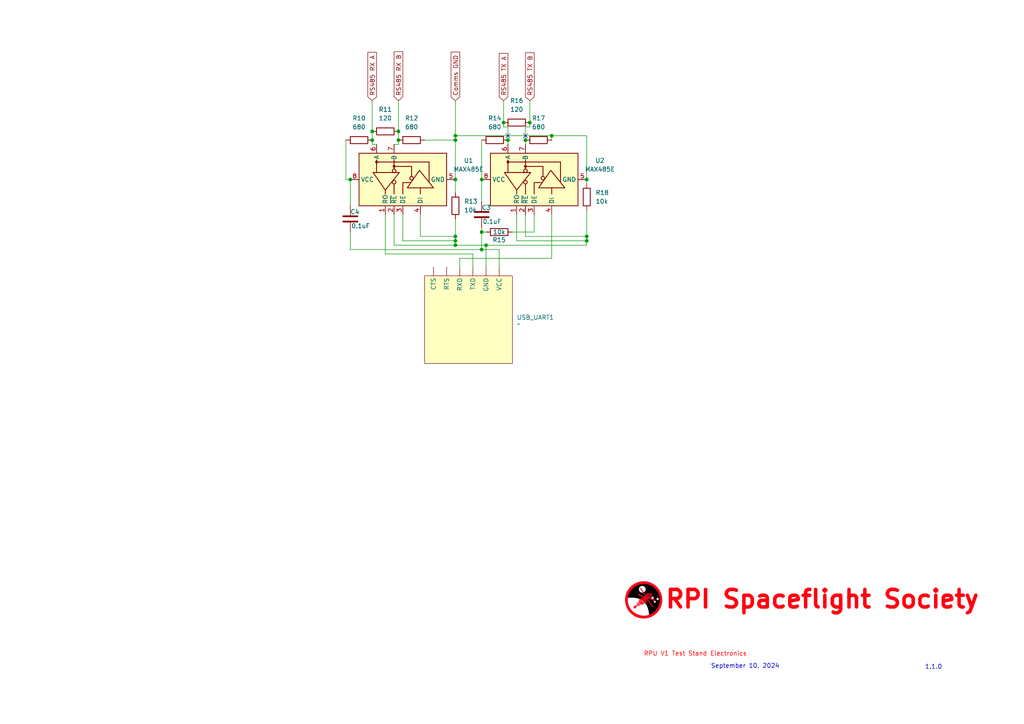
<source format=kicad_sch>
(kicad_sch (version 20231120) (generator "eeschema") (generator_version "8.0")
  (paper "A4")
  (lib_symbols
    (symbol "Device:C" (pin_numbers hide) (pin_names (offset 0.254))
      (property "Reference" "C" (at 0.635 2.54 0))
      (property "Value" "C" (at 0.635 -2.54 0))
      (symbol "C_0_1"
        (polyline (pts (xy -2.032 -0.762) (xy 2.032 -0.762)) (stroke (width 0.508)))
        (polyline (pts (xy -2.032 0.762) (xy 2.032 0.762)) (stroke (width 0.508)))
      )
      (symbol "C_1_1"
        (pin passive line (at 0 3.81 270) (length 2.794) (name "~") (number "1"))
        (pin passive line (at 0 -3.81 90) (length 2.794) (name "~") (number "2"))
      )
    )
    (symbol "Device:R" (pin_numbers hide) (pin_names (offset 0))
      (property "Reference" "R" (at 2.032 0 90))
      (property "Value" "R" (at 0 0 90))
      (symbol "R_0_1"
        (rectangle (start -1.016 -2.54) (end 1.016 2.54) (stroke (width 0.254)))
      )
      (symbol "R_1_1"
        (pin passive line (at 0 3.81 270) (length 1.27) (name "~") (number "1"))
        (pin passive line (at 0 -3.81 90) (length 1.27) (name "~") (number "2"))
      )
    )
    (symbol "Interface_UART:MAX485E"
      (property "Reference" "U" (at -6.985 13.97 0))
      (property "Value" "MAX485E" (at 1.905 13.97 0))
      (symbol "MAX485E_0_1"
        (rectangle (start -7.62 12.7) (end 7.62 -12.7) (stroke (width 0.254)) (fill (type background)))
        (polyline (pts (xy -4.191 2.54) (xy -1.27 2.54)) (stroke (width 0.254)))
        (polyline (pts (xy -2.54 -5.08) (xy -4.191 -5.08)) (stroke (width 0.254)))
        (polyline (pts (xy -0.635 -7.62) (xy 5.08 -7.62)) (stroke (width 0.254)))
        (polyline (pts (xy 0.889 -2.54) (xy 3.81 -2.54)) (stroke (width 0.254)))
        (polyline (pts (xy 2.032 7.62) (xy 5.715 7.62)) (stroke (width 0.254)))
        (polyline (pts (xy 3.048 2.54) (xy 5.715 2.54)) (stroke (width 0.254)))
        (polyline (pts (xy 3.81 -2.54) (xy 3.81 2.54)) (stroke (width 0.254)))
        (polyline (pts (xy 5.08 -7.62) (xy 5.08 7.62)) (stroke (width 0.254)))
        (polyline (pts (xy -4.191 0) (xy -0.889 0) (xy -0.889 -2.286)) (stroke (width 0.254)))
        (polyline (pts (xy -3.175 5.08) (xy -4.191 5.08) (xy -4.064 5.08)) (stroke (width 0.254)))
        (polyline (pts (xy -2.413 -5.08) (xy -2.413 -1.27) (xy 2.667 -4.826) (xy -2.413 -8.89) (xy -2.413 -5.08)) (stroke (width 0.254)))
        (circle (center 0.381 -2.54) (radius 0.508) (stroke (width 0.254)))
        (circle (center 3.81 2.54) (radius 0.2794) (stroke (width 0.254)) (fill (type outline)))
      )
      (symbol "MAX485E_1_1"
        (circle (center -0.762 2.54) (radius 0.508) (stroke (width 0.254)))
        (polyline (pts (xy 2.032 4.826) (xy 2.032 8.636) (xy -3.048 5.08) (xy 2.032 1.016) (xy 2.032 4.826)) (stroke (width 0.254)))
        (circle (center 2.54 2.54) (radius 0.508) (stroke (width 0.254)))
        (circle (center 5.08 7.62) (radius 0.2794) (stroke (width 0.254)) (fill (type outline)))
        (pin output line (at -10.16 5.08 0) (length 2.54) (name "RO") (number "1"))
        (pin input line (at -10.16 2.54 0) (length 2.54) (name "~{RE}") (number "2"))
        (pin input line (at -10.16 0 0) (length 2.54) (name "DE") (number "3"))
        (pin input line (at -10.16 -5.08 0) (length 2.54) (name "DI") (number "4"))
        (pin power_in line (at 0 -15.24 90) (length 2.54) (name "GND") (number "5"))
        (pin bidirectional line (at 10.16 7.62 180) (length 2.54) (name "A") (number "6"))
        (pin bidirectional line (at 10.16 2.54 180) (length 2.54) (name "B") (number "7"))
        (pin power_in line (at 0 15.24 270) (length 2.54) (name "VCC") (number "8"))
      )
    )
    (symbol "USB_UART:USB_UART"
      (property "Reference" "USB_UART" (at 0.254 0.508 0))
      (symbol "USB_UART_0_1"
        (rectangle (start -12.7 12.7) (end 12.7 -12.7) (fill (type background)))
      )
      (symbol "USB_UART_1_0"
        (pin input line (at -2.54 15.24 270) (length 2.54) (name "RXD") (number ""))
      )
      (symbol "USB_UART_1_1"
        (pin output line (at -10.16 15.24 270) (length 2.54) (name "CTS") (number ""))
        (pin output line (at 5.08 15.24 270) (length 2.54) (name "GND") (number ""))
        (pin output line (at -6.35 15.24 270) (length 2.54) (name "RTS") (number ""))
        (pin output line (at 1.27 15.24 270) (length 2.54) (name "TXD") (number ""))
        (pin output line (at 8.89 15.24 270) (length 2.54) (name "VCC") (number ""))
      )
    )
  )
  (junction (at 146.05 35.56))
  (junction (at 132.08 69.85))
  (junction (at 139.7 52.07))
  (junction (at 101.6 52.07))
  (junction (at 132.08 52.07))
  (junction (at 107.95 40.64))
  (junction (at 170.18 52.07))
  (junction (at 139.7 72.39))
  (junction (at 140.97 71.12))
  (junction (at 107.95 38.1))
  (junction (at 132.08 71.12))
  (junction (at 115.57 38.1))
  (junction (at 115.57 40.64))
  (junction (at 160.02 39.37))
  (junction (at 152.4 40.64))
  (junction (at 132.08 39.37))
  (junction (at 170.18 68.58))
  (junction (at 132.08 40.64))
  (junction (at 132.08 68.58))
  (junction (at 139.7 67.31))
  (junction (at 153.67 35.56))
  (junction (at 147.32 40.64))
  (junction (at 170.18 69.85))
  (no_connect (at 152.4 39.37))
  (no_connect (at 147.32 39.37))
  (wire (pts (xy 139.7 66.04) (xy 139.7 67.31)))
  (wire (pts (xy 154.94 62.23) (xy 154.94 67.31)))
  (wire (pts (xy 114.3 71.12) (xy 132.08 71.12)))
  (wire (pts (xy 160.02 39.37) (xy 132.08 39.37)))
  (wire (pts (xy 144.78 77.47) (xy 144.78 72.39)))
  (wire (pts (xy 149.86 62.23) (xy 149.86 69.85)))
  (wire (pts (xy 146.05 35.56) (xy 146.05 36.83)))
  (wire (pts (xy 139.7 72.39) (xy 101.6 72.39)))
  (wire (pts (xy 146.05 29.21) (xy 146.05 35.56)))
  (wire (pts (xy 140.97 71.12) (xy 170.18 71.12)))
  (wire (pts (xy 152.4 62.23) (xy 152.4 68.58)))
  (wire (pts (xy 139.7 67.31) (xy 139.7 72.39)))
  (wire (pts (xy 139.7 52.07) (xy 139.7 58.42)))
  (wire (pts (xy 115.57 29.21) (xy 115.57 38.1)))
  (wire (pts (xy 160.02 62.23) (xy 160.02 74.93)))
  (wire (pts (xy 111.76 73.66) (xy 137.16 73.66)))
  (wire (pts (xy 123.19 40.64) (xy 132.08 40.64)))
  (wire (pts (xy 148.59 67.31) (xy 154.94 67.31)))
  (wire (pts (xy 139.7 40.64) (xy 139.7 52.07)))
  (wire (pts (xy 111.76 62.23) (xy 111.76 73.66)))
  (wire (pts (xy 137.16 73.66) (xy 137.16 77.47)))
  (wire (pts (xy 147.32 36.83) (xy 147.32 40.64)))
  (wire (pts (xy 170.18 39.37) (xy 160.02 39.37)))
  (wire (pts (xy 152.4 40.64) (xy 152.4 41.91)))
  (wire (pts (xy 114.3 62.23) (xy 114.3 71.12)))
  (wire (pts (xy 170.18 53.34) (xy 170.18 52.07)))
  (wire (pts (xy 170.18 71.12) (xy 170.18 69.85)))
  (wire (pts (xy 132.08 39.37) (xy 132.08 40.64)))
  (wire (pts (xy 160.02 74.93) (xy 133.35 74.93)))
  (wire (pts (xy 153.67 29.21) (xy 153.67 35.56)))
  (wire (pts (xy 115.57 40.64) (xy 115.57 41.91)))
  (wire (pts (xy 147.32 40.64) (xy 147.32 41.91)))
  (wire (pts (xy 121.92 62.23) (xy 121.92 68.58)))
  (wire (pts (xy 140.97 71.12) (xy 132.08 71.12)))
  (wire (pts (xy 144.78 72.39) (xy 139.7 72.39)))
  (wire (pts (xy 107.95 38.1) (xy 107.95 40.64)))
  (wire (pts (xy 132.08 29.21) (xy 132.08 39.37)))
  (wire (pts (xy 170.18 52.07) (xy 170.18 39.37)))
  (wire (pts (xy 160.02 39.37) (xy 160.02 40.64)))
  (wire (pts (xy 152.4 68.58) (xy 170.18 68.58)))
  (wire (pts (xy 116.84 62.23) (xy 116.84 69.85)))
  (wire (pts (xy 132.08 68.58) (xy 132.08 63.5)))
  (wire (pts (xy 101.6 67.31) (xy 101.6 72.39)))
  (wire (pts (xy 146.05 36.83) (xy 147.32 36.83)))
  (wire (pts (xy 115.57 38.1) (xy 115.57 40.64)))
  (wire (pts (xy 153.67 36.83) (xy 152.4 36.83)))
  (wire (pts (xy 100.33 40.64) (xy 100.33 52.07)))
  (wire (pts (xy 132.08 55.88) (xy 132.08 52.07)))
  (wire (pts (xy 132.08 40.64) (xy 132.08 52.07)))
  (wire (pts (xy 121.92 68.58) (xy 132.08 68.58)))
  (wire (pts (xy 107.95 40.64) (xy 107.95 41.91)))
  (wire (pts (xy 139.7 67.31) (xy 140.97 67.31)))
  (wire (pts (xy 132.08 69.85) (xy 132.08 68.58)))
  (wire (pts (xy 107.95 41.91) (xy 109.22 41.91)))
  (wire (pts (xy 101.6 52.07) (xy 101.6 59.69)))
  (wire (pts (xy 133.35 74.93) (xy 133.35 77.47)))
  (wire (pts (xy 115.57 41.91) (xy 114.3 41.91)))
  (wire (pts (xy 153.67 35.56) (xy 153.67 36.83)))
  (wire (pts (xy 100.33 52.07) (xy 101.6 52.07)))
  (wire (pts (xy 140.97 77.47) (xy 140.97 71.12)))
  (wire (pts (xy 152.4 36.83) (xy 152.4 40.64)))
  (wire (pts (xy 170.18 69.85) (xy 170.18 68.58)))
  (wire (pts (xy 116.84 69.85) (xy 132.08 69.85)))
  (wire (pts (xy 132.08 71.12) (xy 132.08 69.85)))
  (wire (pts (xy 170.18 68.58) (xy 170.18 60.96)))
  (wire (pts (xy 149.86 69.85) (xy 170.18 69.85)))
  (wire (pts (xy 107.95 29.21) (xy 107.95 38.1)))
  (image (at 186.69 173.99) (scale 0.132736))
  (text "1.1.0" (at 270.764 193.548 0) (effects (font (size 1.27 1.27))))
  (text "RPI Spaceflight Society" (at 238.506 173.99 0) (effects (font (size 5.08 5.08) (thickness 1.016) (bold yes))))
  (text "RPU V1 Test Stand Electronics" (exclude_from_sim yes) (at 201.676 189.738 0) (effects (font (size 1.27 1.27))))
  (text "September 10, 2024" (at 216.154 193.294 0) (effects (font (size 1.27 1.27))))
  (global_label "RS485 RX A" (shape input) (at 107.95 29.21 90) (property "Intersheetrefs" "${INTERSHEET_REFS}" (effects (hide yes))))
  (global_label "Comms GND" (shape input) (at 132.08 29.21 90) (property "Intersheetrefs" "${INTERSHEET_REFS}" (effects (hide yes))))
  (global_label "RS485 TX B" (shape input) (at 153.67 29.21 90) (property "Intersheetrefs" "${INTERSHEET_REFS}" (effects (hide yes))))
  (global_label "RS485 RX B" (shape input) (at 115.57 29.21 90) (property "Intersheetrefs" "${INTERSHEET_REFS}" (effects (hide yes))))
  (global_label "RS485 TX A" (shape input) (at 146.05 29.21 90) (property "Intersheetrefs" "${INTERSHEET_REFS}" (effects (hide yes))))
  (symbol (lib_id "Device:R") (at 144.78 67.31 270) (unit 1)
    (property "Reference" "R15" (at 144.78 69.596 90))
    (property "Value" "10k" (at 144.78 67.31 90))
    (property "Description" "Resistor" (effects (hide yes)))
  )
  (symbol (lib_id "Device:R") (at 132.08 59.69 180) (unit 1)
    (property "Reference" "R13" (at 134.62 58.4199 0) (effects (justify right)))
    (property "Value" "10k" (at 134.62 60.9599 0) (effects (justify right)))
    (property "Description" "Resistor" (effects (hide yes)))
  )
  (symbol (lib_id "Device:R") (at 143.51 40.64 90) (unit 1)
    (property "Reference" "R14" (at 143.51 34.29 90))
    (property "Value" "680" (at 143.51 36.83 90))
    (property "Description" "Resistor" (effects (hide yes)))
  )
  (symbol (lib_id "Device:R") (at 156.21 40.64 90) (unit 1)
    (property "Reference" "R17" (at 156.21 34.29 90))
    (property "Value" "680" (at 156.21 36.83 90))
    (property "Description" "Resistor" (effects (hide yes)))
  )
  (symbol (lib_id "Device:R") (at 111.76 38.1 90) (unit 1)
    (property "Reference" "R11" (at 111.76 31.75 90))
    (property "Value" "120" (at 111.76 34.29 90))
    (property "Description" "Resistor" (effects (hide yes)))
  )
  (symbol (lib_id "Device:R") (at 149.86 35.56 90) (unit 1)
    (property "Reference" "R16" (at 149.86 29.21 90))
    (property "Value" "120" (at 149.86 31.75 90))
    (property "Description" "Resistor" (effects (hide yes)))
  )
  (symbol (lib_id "Device:C") (at 101.6 63.5 180) (unit 1)
    (property "Reference" "C4" (at 101.6 61.468 0) (effects (justify right)))
    (property "Value" "0.1uF" (at 101.854 65.532 0) (effects (justify right)))
    (property "Description" "Unpolarized capacitor" (effects (hide yes)))
  )
  (symbol (lib_id "Device:R") (at 170.18 57.15 180) (unit 1)
    (property "Reference" "R18" (at 172.72 55.8799 0) (effects (justify right)))
    (property "Value" "10k" (at 172.72 58.4199 0) (effects (justify right)))
    (property "Description" "Resistor" (effects (hide yes)))
  )
  (symbol (lib_id "Interface_UART:MAX485E") (at 116.84 52.07 90) (unit 1)
    (property "Reference" "U1" (at 135.89 46.5738 90))
    (property "Value" "MAX485E" (at 135.89 49.1138 90))
    (property "Footprint" "Package_SO:SOIC-8_3.9x4.9mm_P1.27mm" (effects (hide yes)))
    (property "Datasheet" "https://datasheets.maximintegrated.com/en/ds/MAX1487E-MAX491E.pdf" (effects (hide yes)))
    (property "Description" "Half duplex RS-485/RS-422, 2.5 Mbps, ±15kV electro-static discharge (ESD) protection, no slew-rate, no low-power shutdown, with receiver/driver enable, 32 receiver drive capability, DIP-8 and SOIC-8" (effects (hide yes)))
  )
  (symbol (lib_id "Device:C") (at 139.7 62.23 180) (unit 1)
    (property "Reference" "C3" (at 139.7 60.198 0) (effects (justify right)))
    (property "Value" "0.1uF" (at 139.954 64.262 0) (effects (justify right)))
    (property "Description" "Unpolarized capacitor" (effects (hide yes)))
  )
  (symbol (lib_id "Device:R") (at 104.14 40.64 90) (unit 1)
    (property "Reference" "R10" (at 104.14 34.29 90))
    (property "Value" "680" (at 104.14 36.83 90))
    (property "Description" "Resistor" (effects (hide yes)))
  )
  (symbol (lib_id "Device:R") (at 119.38 40.64 90) (unit 1)
    (property "Reference" "R12" (at 119.38 34.29 90))
    (property "Value" "680" (at 119.38 36.83 90))
    (property "Description" "Resistor" (effects (hide yes)))
  )
  (symbol (lib_id "Interface_UART:MAX485E") (at 154.94 52.07 90) (unit 1)
    (property "Reference" "U2" (at 173.99 46.5738 90))
    (property "Value" "MAX485E" (at 173.99 49.1138 90))
    (property "Footprint" "Package_SO:SOIC-8_3.9x4.9mm_P1.27mm" (effects (hide yes)))
    (property "Datasheet" "https://datasheets.maximintegrated.com/en/ds/MAX1487E-MAX491E.pdf" (effects (hide yes)))
    (property "Description" "Half duplex RS-485/RS-422, 2.5 Mbps, ±15kV electro-static discharge (ESD) protection, no slew-rate, no low-power shutdown, with receiver/driver enable, 32 receiver drive capability, DIP-8 and SOIC-8" (effects (hide yes)))
  )
  (symbol (lib_id "USB_UART:USB_UART") (at 135.89 92.71 0) (unit 1)
    (property "Reference" "USB_UART1" (at 149.86 92.0749 0) (effects (justify left)))
    (property "Value" "~" (at 149.86 93.98 0) (effects (justify left)))
  )
)
</source>
